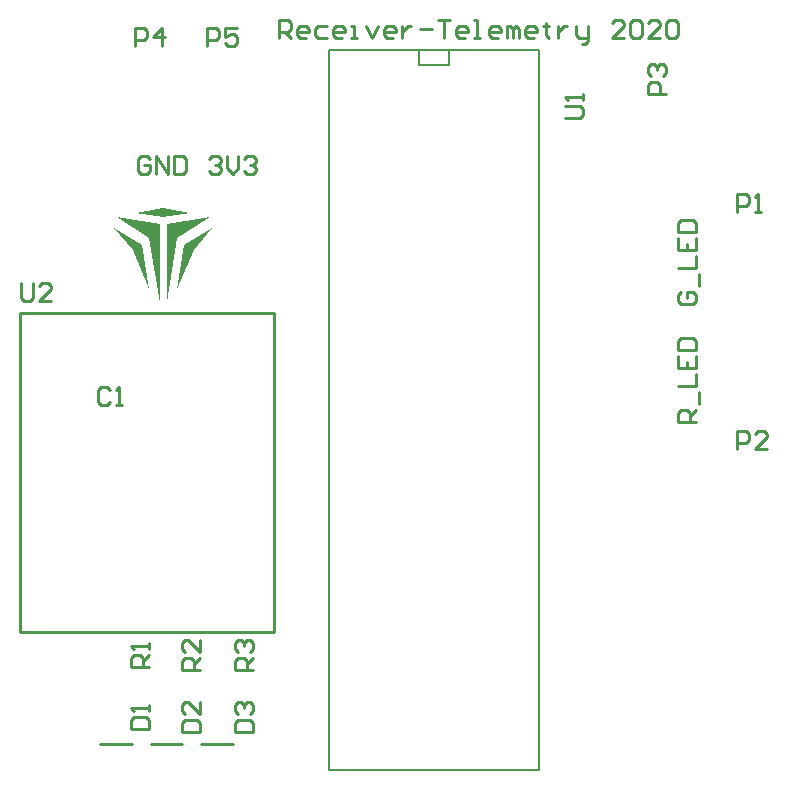
<source format=gto>
G04*
G04 #@! TF.GenerationSoftware,Altium Limited,Altium Designer,20.0.12 (288)*
G04*
G04 Layer_Color=65535*
%FSLAX25Y25*%
%MOIN*%
G70*
G01*
G75*
%ADD10C,0.01000*%
%ADD11C,0.00787*%
G36*
X61891Y188914D02*
X52831Y187307D01*
X43771Y188914D01*
X52831Y190522D01*
X61891Y188914D01*
D02*
G37*
G36*
X63060Y176493D02*
X57507Y163340D01*
X59845Y178246D01*
X69198Y183800D01*
X63060Y176493D01*
D02*
G37*
G36*
X45816Y178246D02*
X48155Y163340D01*
X42601Y176493D01*
X36464Y183800D01*
X45816Y178246D01*
D02*
G37*
G36*
X57507Y180292D02*
X54000Y158956D01*
Y184969D01*
X68321Y187307D01*
X57507Y180292D01*
D02*
G37*
G36*
X51662Y184969D02*
Y158810D01*
X48155Y180292D01*
X37341Y187307D01*
X51662Y184969D01*
D02*
G37*
D10*
X31890Y11713D02*
X42520D01*
X48622D02*
X59252D01*
X65354D02*
X75984D01*
X5177Y49114D02*
X89823D01*
Y155413D01*
X5177D02*
X89823D01*
X5177Y49114D02*
Y155413D01*
X48306Y206786D02*
X47306Y207786D01*
X45307D01*
X44307Y206786D01*
Y202787D01*
X45307Y201787D01*
X47306D01*
X48306Y202787D01*
Y204786D01*
X46306D01*
X50305Y201787D02*
Y207786D01*
X54304Y201787D01*
Y207786D01*
X56303D02*
Y201787D01*
X59302D01*
X60302Y202787D01*
Y206786D01*
X59302Y207786D01*
X56303D01*
X91551Y247094D02*
Y253092D01*
X94550D01*
X95550Y252092D01*
Y250093D01*
X94550Y249093D01*
X91551D01*
X93550D02*
X95550Y247094D01*
X100548D02*
X98549D01*
X97549Y248094D01*
Y250093D01*
X98549Y251093D01*
X100548D01*
X101548Y250093D01*
Y249093D01*
X97549D01*
X107546Y251093D02*
X104547D01*
X103547Y250093D01*
Y248094D01*
X104547Y247094D01*
X107546D01*
X112544D02*
X110545D01*
X109545Y248094D01*
Y250093D01*
X110545Y251093D01*
X112544D01*
X113544Y250093D01*
Y249093D01*
X109545D01*
X115543Y247094D02*
X117543D01*
X116543D01*
Y251093D01*
X115543D01*
X120542D02*
X122541Y247094D01*
X124540Y251093D01*
X129539Y247094D02*
X127540D01*
X126540Y248094D01*
Y250093D01*
X127540Y251093D01*
X129539D01*
X130539Y250093D01*
Y249093D01*
X126540D01*
X132538Y251093D02*
Y247094D01*
Y249093D01*
X133538Y250093D01*
X134537Y251093D01*
X135537D01*
X138536Y250093D02*
X142535D01*
X144534Y253092D02*
X148533D01*
X146533D01*
Y247094D01*
X153531D02*
X151532D01*
X150532Y248094D01*
Y250093D01*
X151532Y251093D01*
X153531D01*
X154531Y250093D01*
Y249093D01*
X150532D01*
X156530Y247094D02*
X158529D01*
X157530D01*
Y253092D01*
X156530D01*
X164528Y247094D02*
X162528D01*
X161529Y248094D01*
Y250093D01*
X162528Y251093D01*
X164528D01*
X165527Y250093D01*
Y249093D01*
X161529D01*
X167527Y247094D02*
Y251093D01*
X168526D01*
X169526Y250093D01*
Y247094D01*
Y250093D01*
X170526Y251093D01*
X171525Y250093D01*
Y247094D01*
X176524D02*
X174524D01*
X173525Y248094D01*
Y250093D01*
X174524Y251093D01*
X176524D01*
X177523Y250093D01*
Y249093D01*
X173525D01*
X180522Y252092D02*
Y251093D01*
X179523D01*
X181522D01*
X180522D01*
Y248094D01*
X181522Y247094D01*
X184521Y251093D02*
Y247094D01*
Y249093D01*
X185521Y250093D01*
X186521Y251093D01*
X187520D01*
X190519D02*
Y248094D01*
X191519Y247094D01*
X194518D01*
Y246094D01*
X193518Y245094D01*
X192518D01*
X194518Y247094D02*
Y251093D01*
X206514Y247094D02*
X202515D01*
X206514Y251093D01*
Y252092D01*
X205514Y253092D01*
X203515D01*
X202515Y252092D01*
X208513D02*
X209513Y253092D01*
X211512D01*
X212512Y252092D01*
Y248094D01*
X211512Y247094D01*
X209513D01*
X208513Y248094D01*
Y252092D01*
X218510Y247094D02*
X214511D01*
X218510Y251093D01*
Y252092D01*
X217510Y253092D01*
X215511D01*
X214511Y252092D01*
X220510D02*
X221509Y253092D01*
X223509D01*
X224508Y252092D01*
Y248094D01*
X223509Y247094D01*
X221509D01*
X220510Y248094D01*
Y252092D01*
X225285Y162479D02*
X224286Y161479D01*
Y159480D01*
X225285Y158480D01*
X229284D01*
X230284Y159480D01*
Y161479D01*
X229284Y162479D01*
X227285D01*
Y160480D01*
X231283Y164478D02*
Y168477D01*
X224286Y170476D02*
X230284D01*
Y174475D01*
X224286Y180473D02*
Y176474D01*
X230284D01*
Y180473D01*
X227285Y176474D02*
Y178474D01*
X224286Y182473D02*
X230284D01*
Y185472D01*
X229284Y186471D01*
X225285D01*
X224286Y185472D01*
Y182473D01*
X67929Y206786D02*
X68929Y207786D01*
X70928D01*
X71928Y206786D01*
Y205786D01*
X70928Y204786D01*
X69928D01*
X70928D01*
X71928Y203787D01*
Y202787D01*
X70928Y201787D01*
X68929D01*
X67929Y202787D01*
X73927Y207786D02*
Y203787D01*
X75927Y201787D01*
X77926Y203787D01*
Y207786D01*
X79925Y206786D02*
X80925Y207786D01*
X82924D01*
X83924Y206786D01*
Y205786D01*
X82924Y204786D01*
X81925D01*
X82924D01*
X83924Y203787D01*
Y202787D01*
X82924Y201787D01*
X80925D01*
X79925Y202787D01*
X230284Y119110D02*
X224286D01*
Y122109D01*
X225285Y123109D01*
X227285D01*
X228284Y122109D01*
Y119110D01*
Y121110D02*
X230284Y123109D01*
X231283Y125108D02*
Y129107D01*
X224286Y131106D02*
X230284D01*
Y135105D01*
X224286Y141103D02*
Y137104D01*
X230284D01*
Y141103D01*
X227285Y137104D02*
Y139104D01*
X224286Y143103D02*
X230284D01*
Y146101D01*
X229284Y147101D01*
X225285D01*
X224286Y146101D01*
Y143103D01*
X186915Y220472D02*
X191914D01*
X192913Y221472D01*
Y223471D01*
X191914Y224471D01*
X186915D01*
X192913Y226470D02*
Y228470D01*
Y227470D01*
X186915D01*
X187915Y226470D01*
X5454Y165373D02*
Y160375D01*
X6454Y159375D01*
X8453D01*
X9453Y160375D01*
Y165373D01*
X15451Y159375D02*
X11452D01*
X15451Y163374D01*
Y164374D01*
X14451Y165373D01*
X12452D01*
X11452Y164374D01*
X82677Y36417D02*
X76679D01*
Y39416D01*
X77679Y40416D01*
X79678D01*
X80678Y39416D01*
Y36417D01*
Y38417D02*
X82677Y40416D01*
X77679Y42415D02*
X76679Y43415D01*
Y45414D01*
X77679Y46414D01*
X78679D01*
X79678Y45414D01*
Y44415D01*
Y45414D01*
X80678Y46414D01*
X81678D01*
X82677Y45414D01*
Y43415D01*
X81678Y42415D01*
X64961Y36417D02*
X58963D01*
Y39416D01*
X59962Y40416D01*
X61962D01*
X62961Y39416D01*
Y36417D01*
Y38417D02*
X64961Y40416D01*
Y46414D02*
Y42415D01*
X60962Y46414D01*
X59962D01*
X58963Y45414D01*
Y43415D01*
X59962Y42415D01*
X48228Y37402D02*
X42230D01*
Y40401D01*
X43230Y41400D01*
X45229D01*
X46229Y40401D01*
Y37402D01*
Y39401D02*
X48228Y41400D01*
Y43400D02*
Y45399D01*
Y44399D01*
X42230D01*
X43230Y43400D01*
X76679Y15748D02*
X82677D01*
Y18747D01*
X81678Y19747D01*
X77679D01*
X76679Y18747D01*
Y15748D01*
X77679Y21746D02*
X76679Y22746D01*
Y24745D01*
X77679Y25745D01*
X78679D01*
X79678Y24745D01*
Y23745D01*
Y24745D01*
X80678Y25745D01*
X81678D01*
X82677Y24745D01*
Y22746D01*
X81678Y21746D01*
X58963Y15748D02*
X64961D01*
Y18747D01*
X63961Y19747D01*
X59962D01*
X58963Y18747D01*
Y15748D01*
X64961Y25745D02*
Y21746D01*
X60962Y25745D01*
X59962D01*
X58963Y24745D01*
Y22746D01*
X59962Y21746D01*
X42230Y16732D02*
X48228D01*
Y19731D01*
X47229Y20731D01*
X43230D01*
X42230Y19731D01*
Y16732D01*
X48228Y22730D02*
Y24730D01*
Y23730D01*
X42230D01*
X43230Y22730D01*
X35199Y129740D02*
X34199Y130740D01*
X32200D01*
X31200Y129740D01*
Y125741D01*
X32200Y124742D01*
X34199D01*
X35199Y125741D01*
X37198Y124742D02*
X39197D01*
X38198D01*
Y130740D01*
X37198Y129740D01*
X67500Y244542D02*
Y250540D01*
X70499D01*
X71499Y249540D01*
Y247541D01*
X70499Y246541D01*
X67500D01*
X77497Y250540D02*
X73498D01*
Y247541D01*
X75497Y248540D01*
X76497D01*
X77497Y247541D01*
Y245541D01*
X76497Y244542D01*
X74498D01*
X73498Y245541D01*
X43500Y244542D02*
Y250540D01*
X46499D01*
X47499Y249540D01*
Y247541D01*
X46499Y246541D01*
X43500D01*
X52497Y244542D02*
Y250540D01*
X49498Y247541D01*
X53497D01*
X220472Y228346D02*
X214474D01*
Y231346D01*
X215474Y232345D01*
X217473D01*
X218473Y231346D01*
Y228346D01*
X215474Y234345D02*
X214474Y235344D01*
Y237344D01*
X215474Y238343D01*
X216474D01*
X217473Y237344D01*
Y236344D01*
Y237344D01*
X218473Y238343D01*
X219473D01*
X220472Y237344D01*
Y235344D01*
X219473Y234345D01*
X244094Y110236D02*
Y116234D01*
X247094D01*
X248093Y115235D01*
Y113235D01*
X247094Y112236D01*
X244094D01*
X254091Y110236D02*
X250093D01*
X254091Y114235D01*
Y115235D01*
X253092Y116234D01*
X251092D01*
X250093Y115235D01*
X244094Y188976D02*
Y194974D01*
X247094D01*
X248093Y193975D01*
Y191975D01*
X247094Y190976D01*
X244094D01*
X250093Y188976D02*
X252092D01*
X251092D01*
Y194974D01*
X250093Y193975D01*
D11*
X108228Y243110D02*
X178228D01*
Y3110D02*
Y243110D01*
X108228Y3110D02*
X178228D01*
X108228D02*
Y243110D01*
X138228Y238110D02*
Y243110D01*
Y238110D02*
X148228D01*
Y243110D01*
M02*

</source>
